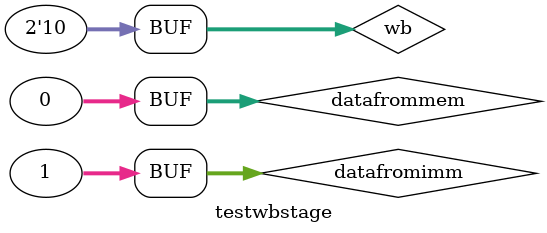
<source format=v>
`timescale 1ns / 1ps


module testwbstage;

	// Inputs
	reg [31:0] datafrommem;
	reg [31:0] datafromimm;
	reg [1:0] wb;

	// Outputs
	wire [31:0] datatoregfile;
	wire weregfile;

	// Instantiate the Unit Under Test (UUT)
	wb uut (
		.datafrommem(datafrommem), 
		.datafromimm(datafromimm), 
		.wb(wb), 
		.datatoregfile(datatoregfile), 
		.weregfile(weregfile)
	);

	initial begin
		// Initialize Inputs
		datafrommem = 0;
		datafromimm = 1;
		wb = 0;

		// Wait 100 ns for global reset to finish
		#100;
        wb = 1;
		  #100;
		  wb = 2;
		// Add stimulus here

	end
      
endmodule


</source>
